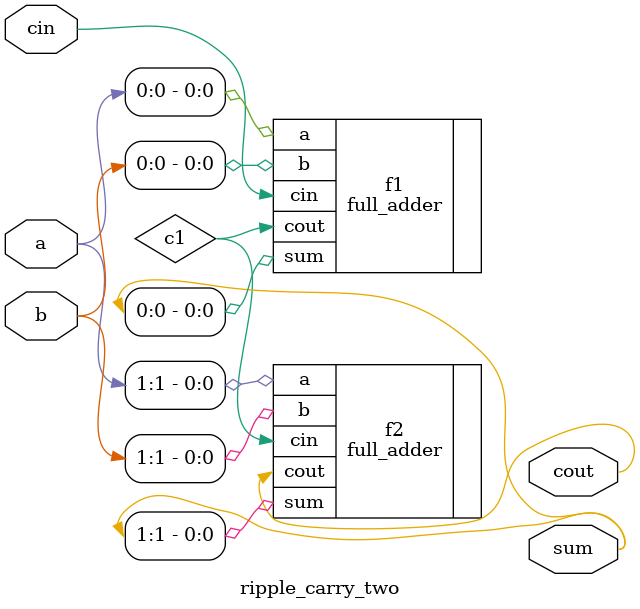
<source format=v>
module ripple_carry_two (a, b, cin, sum, cout);

input [1:0] a, b;
input cin;
output cout;
output [1:0] sum;
wire c1;

full_adder f1 (.a(a[0]), .b(b[0]), .cin(cin), .sum(sum[0]), .cout(c1));
full_adder f2 (.a(a[1]), .b(b[1]), .cin(c1), .sum(sum[1]), .cout(cout));

endmodule
</source>
